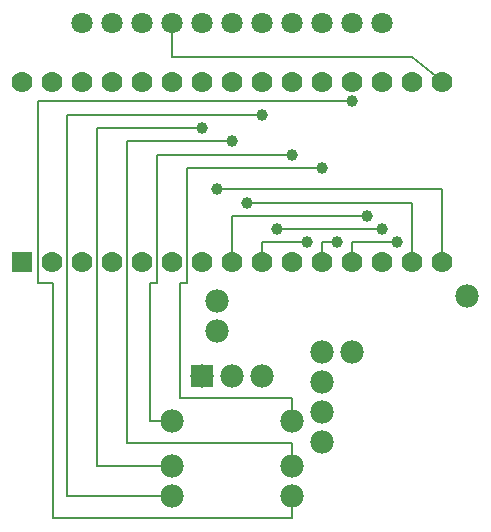
<source format=gtl>
G04 MADE WITH FRITZING*
G04 WWW.FRITZING.ORG*
G04 DOUBLE SIDED*
G04 HOLES PLATED*
G04 CONTOUR ON CENTER OF CONTOUR VECTOR*
%ASAXBY*%
%FSLAX23Y23*%
%MOIN*%
%OFA0B0*%
%SFA1.0B1.0*%
%ADD10C,0.078000*%
%ADD11C,0.070866*%
%ADD12C,0.070000*%
%ADD13C,0.039370*%
%ADD14R,0.078000X0.078000*%
%ADD15R,0.070000X0.069972*%
%ADD16C,0.008000*%
%LNCOPPER1*%
G90*
G70*
G54D10*
X1050Y100D03*
X650Y100D03*
X650Y350D03*
X1050Y200D03*
X1050Y350D03*
X650Y200D03*
G54D11*
X350Y1675D03*
X450Y1675D03*
X550Y1675D03*
X650Y1675D03*
X750Y1675D03*
X850Y1675D03*
X950Y1675D03*
X1050Y1675D03*
X1150Y1675D03*
X1250Y1675D03*
X1350Y1675D03*
X350Y1675D03*
X450Y1675D03*
X550Y1675D03*
X650Y1675D03*
X750Y1675D03*
X850Y1675D03*
X950Y1675D03*
X1050Y1675D03*
X1150Y1675D03*
X1250Y1675D03*
X1350Y1675D03*
G54D10*
X800Y750D03*
X800Y650D03*
X1150Y580D03*
X1250Y580D03*
X1150Y280D03*
X1150Y380D03*
X1150Y480D03*
X750Y500D03*
X850Y500D03*
X950Y500D03*
G54D12*
X149Y880D03*
X249Y880D03*
X349Y880D03*
X449Y880D03*
X549Y880D03*
X649Y880D03*
X749Y880D03*
X849Y880D03*
X949Y880D03*
X1049Y880D03*
X1149Y880D03*
X1249Y880D03*
X1349Y880D03*
X1449Y880D03*
X1549Y880D03*
X149Y1480D03*
X249Y1480D03*
X349Y1480D03*
X449Y1480D03*
X549Y1480D03*
X649Y1480D03*
X749Y1480D03*
X849Y1480D03*
X949Y1480D03*
X1049Y1480D03*
X1149Y1480D03*
X1249Y1480D03*
X1349Y1480D03*
X1449Y1480D03*
X1549Y1480D03*
G54D10*
X1633Y767D03*
G54D13*
X1249Y1415D03*
X1149Y1193D03*
X1049Y1237D03*
X849Y1282D03*
X949Y1371D03*
X749Y1326D03*
X1399Y945D03*
X1199Y945D03*
X1099Y945D03*
X799Y1122D03*
X900Y1078D03*
X1299Y1034D03*
X999Y990D03*
X1349Y990D03*
G54D14*
X750Y500D03*
G54D15*
X149Y880D03*
G54D16*
X1236Y1415D02*
X202Y1415D01*
D02*
X251Y810D02*
X251Y26D01*
D02*
X202Y810D02*
X251Y810D01*
D02*
X251Y26D02*
X1050Y26D01*
D02*
X1050Y26D02*
X1050Y76D01*
D02*
X202Y1415D02*
X202Y810D01*
D02*
X1050Y425D02*
X1050Y375D01*
D02*
X676Y425D02*
X1050Y425D01*
D02*
X700Y810D02*
X676Y810D01*
D02*
X1136Y1193D02*
X700Y1193D01*
D02*
X676Y810D02*
X676Y425D01*
D02*
X700Y1193D02*
X700Y810D01*
D02*
X576Y810D02*
X576Y350D01*
D02*
X600Y810D02*
X576Y810D01*
D02*
X1036Y1237D02*
X600Y1237D01*
D02*
X600Y1237D02*
X600Y810D01*
D02*
X576Y350D02*
X626Y350D01*
D02*
X298Y1371D02*
X298Y100D01*
D02*
X936Y1371D02*
X298Y1371D01*
D02*
X298Y100D02*
X626Y100D01*
D02*
X836Y1282D02*
X498Y1282D01*
D02*
X498Y1282D02*
X498Y277D01*
D02*
X1050Y277D02*
X1050Y225D01*
D02*
X498Y277D02*
X1050Y277D01*
D02*
X736Y1326D02*
X400Y1326D01*
D02*
X400Y200D02*
X625Y200D01*
D02*
X400Y1326D02*
X400Y200D01*
D02*
X1448Y1563D02*
X650Y1563D01*
D02*
X650Y1563D02*
X650Y1649D01*
D02*
X1531Y1495D02*
X1448Y1563D01*
D02*
X949Y945D02*
X1085Y945D01*
D02*
X949Y904D02*
X949Y945D01*
D02*
X1149Y945D02*
X1186Y945D01*
D02*
X1149Y904D02*
X1149Y945D01*
D02*
X1249Y945D02*
X1385Y945D01*
D02*
X1249Y904D02*
X1249Y945D01*
D02*
X1549Y1122D02*
X813Y1122D01*
D02*
X1549Y904D02*
X1549Y1122D01*
D02*
X1449Y1078D02*
X913Y1078D01*
D02*
X1449Y904D02*
X1449Y1078D01*
D02*
X849Y1034D02*
X1285Y1034D01*
D02*
X849Y904D02*
X849Y1034D01*
D02*
X1336Y990D02*
X1012Y990D01*
G04 End of Copper1*
M02*
</source>
